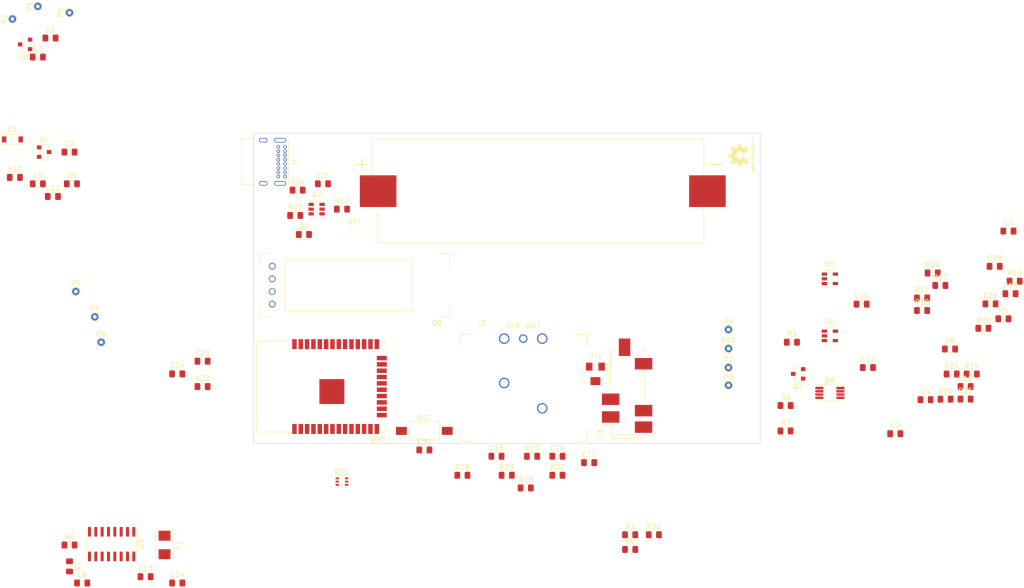
<source format=kicad_pcb>
(kicad_pcb (version 20171130) (host pcbnew "(5.1.5)-3")
  (layers (0 F.Cu signal) (31 B.Cu signal) (34 B.Paste user) (35 F.Paste user) (36 B.SilkS user) (37 F.SilkS user) (38 B.Mask user) (39 F.Mask user) (44 Edge.Cuts user))
  (net 0 "")
  (net 1 +5V)
  (net 2 GND)
  (net 3 +3V3)
  (net 4 /Vcc)
  (net 5 /JFET_OUT)
  (net 6 "Net-(C11-Pad1)")
  (net 7 "Net-(D2-Pad1)")
  (net 8 /I2C_SCL)
  (net 9 /I2C_SDA)
  (net 10 /ESP_IO0)
  (net 11 /MIC-IN1)
  (net 12 /4V1)
  (net 13 /OUT1)
  (net 14 /OUT2)
  (net 15 "Net-(C15-Pad1)")
  (net 16 /BATT)
  (net 17 "Net-(J1-PadB8)")
  (net 18 "Net-(J1-PadB5)")
  (net 19 "Net-(J1-PadA8)")
  (net 20 "Net-(J1-PadA7)")
  (net 21 "Net-(J1-PadA6)")
  (net 22 "Net-(J1-PadA5)")
  (net 23 /COM-RX)
  (net 24 /COM-TX)
  (net 25 "Net-(C1-Pad2)")
  (net 26 /XI)
  (net 27 /XO)
  (net 28 "Net-(C16-Pad1)")
  (net 29 "Net-(C17-Pad2)")
  (net 30 "Net-(C18-Pad1)")
  (net 31 /ESP_EN)
  (net 32 /RTS)
  (net 33 "Net-(Q3-Pad5)")
  (net 34 /DTR)
  (net 35 "Net-(Q2-Pad3)")
  (net 36 "Net-(Q3-Pad15)")
  (net 37 "Net-(Q3-Pad12)")
  (net 38 "Net-(Q3-Pad11)")
  (net 39 "Net-(Q3-Pad10)")
  (net 40 "Net-(Q3-Pad9)")
  (net 41 "Net-(Q3-Pad6)")
  (net 42 "Net-(Q4-Pad1)")
  (net 43 "Net-(Q5-Pad4)")
  (net 44 "Net-(Q5-Pad3)")
  (net 45 "Net-(Q5-Pad1)")
  (net 46 "Net-(Q6-Pad4)")
  (net 47 "Net-(Q6-Pad1)")
  (net 48 "Net-(Q7-Pad4)")
  (net 49 "Net-(Q7-Pad3)")
  (net 50 "Net-(Q7-Pad1)")
  (net 51 "Net-(Q8-Pad4)")
  (net 52 "Net-(Q8-Pad3)")
  (net 53 "Net-(Q8-Pad2)")
  (net 54 "Net-(Q10-Pad37)")
  (net 55 "Net-(Q10-Pad32)")
  (net 56 "Net-(Q10-Pad31)")
  (net 57 "Net-(Q10-Pad30)")
  (net 58 "Net-(Q10-Pad29)")
  (net 59 "Net-(Q10-Pad28)")
  (net 60 "Net-(Q10-Pad27)")
  (net 61 "Net-(Q10-Pad26)")
  (net 62 "Net-(Q10-Pad24)")
  (net 63 "Net-(Q10-Pad23)")
  (net 64 "Net-(Q10-Pad22)")
  (net 65 "Net-(Q10-Pad21)")
  (net 66 "Net-(Q10-Pad20)")
  (net 67 "Net-(Q10-Pad19)")
  (net 68 "Net-(Q10-Pad18)")
  (net 69 "Net-(Q10-Pad17)")
  (net 70 "Net-(Q10-Pad16)")
  (net 71 "Net-(Q10-Pad14)")
  (net 72 "Net-(Q10-Pad13)")
  (net 73 "Net-(Q10-Pad12)")
  (net 74 "Net-(Q10-Pad11)")
  (net 75 "Net-(Q10-Pad10)")
  (net 76 "Net-(Q10-Pad9)")
  (net 77 "Net-(Q10-Pad8)")
  (net 78 "Net-(Q10-Pad7)")
  (net 79 "Net-(Q10-Pad6)")
  (net 80 "Net-(Q10-Pad5)")
  (net 81 "Net-(Q10-Pad4)")
  (net 82 "Net-(Q11-Pad2)")
  (net 83 "Net-(Q11-Pad5)")
  (net 84 "Net-(C8-Pad1)")
  (net 85 "Net-(C12-Pad1)")
  (net 86 "Net-(J3-PadR)")
  (net 87 "Net-(J3-PadS)")
  (net 88 "Net-(P10-Pad1)")
  (module LED_SMD:LED_0805_2012Metric_Pad1.15x1.40mm_HandSolder (layer F.Cu) (at 99.06 78.74)
    (fp_text reference D2 (at 0 -1.65) (layer F.SilkS))
    (fp_text value LED)
    (pad 2 smd roundrect (at 1.025 0) (size 1.15 1.4) (layers F.Cu F.Paste F.Mask) (roundrect_rratio 0.217391) (net 16 /BATT))
    (pad 1 smd roundrect (at -1.025 0) (size 1.15 1.4) (layers F.Cu F.Paste F.Mask) (roundrect_rratio 0.217391) (net 7 "Net-(D2-Pad1)"))
  )
  (module Capacitor_SMD:C_0805_2012Metric_Pad1.15x1.40mm_HandSolder (layer F.Cu) (at 123.19 121.92)
    (fp_text reference C25 (at 0 -1.65) (layer F.SilkS))
    (fp_text value 1u)
    (pad 2 smd roundrect (at 1.025 0) (size 1.15 1.4) (layers F.Cu F.Paste F.Mask) (roundrect_rratio 0.217391) (net 31 /ESP_EN))
    (pad 1 smd roundrect (at -1.025 0) (size 1.15 1.4) (layers F.Cu F.Paste F.Mask) (roundrect_rratio 0.217391) (net 2 GND))
  )
  (module Capacitor_SMD:C_0805_2012Metric_Pad1.15x1.40mm_HandSolder (layer F.Cu) (at 73.66 106.68)
    (fp_text reference C24 (at 0 -1.65) (layer F.SilkS))
    (fp_text value 1u)
    (pad 2 smd roundrect (at 1.025 0) (size 1.15 1.4) (layers F.Cu F.Paste F.Mask) (roundrect_rratio 0.217391) (net 3 +3V3))
    (pad 1 smd roundrect (at -1.025 0) (size 1.15 1.4) (layers F.Cu F.Paste F.Mask) (roundrect_rratio 0.217391) (net 2 GND))
  )
  (module Capacitor_SMD:C_0805_2012Metric_Pad1.15x1.40mm_HandSolder (layer F.Cu) (at 78.74 104.14)
    (fp_text reference C23 (at 0 -1.65) (layer F.SilkS))
    (fp_text value 1u)
    (pad 2 smd roundrect (at 1.025 0) (size 1.15 1.4) (layers F.Cu F.Paste F.Mask) (roundrect_rratio 0.217391) (net 3 +3V3))
    (pad 1 smd roundrect (at -1.025 0) (size 1.15 1.4) (layers F.Cu F.Paste F.Mask) (roundrect_rratio 0.217391) (net 2 GND))
  )
  (module Capacitor_SMD:C_0805_2012Metric_Pad1.15x1.40mm_HandSolder (layer F.Cu) (at 78.74 109.22)
    (fp_text reference C22 (at 0 -1.65) (layer F.SilkS))
    (fp_text value 1u)
    (pad 2 smd roundrect (at 1.025 0) (size 1.15 1.4) (layers F.Cu F.Paste F.Mask) (roundrect_rratio 0.217391) (net 3 +3V3))
    (pad 1 smd roundrect (at -1.025 0) (size 1.15 1.4) (layers F.Cu F.Paste F.Mask) (roundrect_rratio 0.217391) (net 2 GND))
  )
  (module Capacitor_SMD:C_0805_2012Metric_Pad1.15x1.40mm_HandSolder (layer F.Cu) (at 102.87 68.58)
    (fp_text reference C21 (at 0 -1.65) (layer F.SilkS))
    (fp_text value 1u)
    (pad 2 smd roundrect (at 1.025 0) (size 1.15 1.4) (layers F.Cu F.Paste F.Mask) (roundrect_rratio 0.217391) (net 16 /BATT))
    (pad 1 smd roundrect (at -1.025 0) (size 1.15 1.4) (layers F.Cu F.Paste F.Mask) (roundrect_rratio 0.217391) (net 2 GND))
  )
  (module Capacitor_SMD:C_0805_2012Metric_Pad1.15x1.40mm_HandSolder (layer F.Cu) (at 237.49 85.12)
    (fp_text reference C20 (at 0 -1.65) (layer F.SilkS))
    (fp_text value 5.1n)
    (pad 2 smd roundrect (at 1.025 0) (size 1.15 1.4) (layers F.Cu F.Paste F.Mask) (roundrect_rratio 0.217391) (net 2 GND))
    (pad 1 smd roundrect (at -1.025 0) (size 1.15 1.4) (layers F.Cu F.Paste F.Mask) (roundrect_rratio 0.217391) (net 14 /OUT2))
  )
  (module Capacitor_SMD:C_0805_2012Metric_Pad1.15x1.40mm_HandSolder (layer F.Cu) (at 240.67 90.61)
    (fp_text reference C19 (at 0 -1.65) (layer F.SilkS))
    (fp_text value 5.1n)
    (pad 2 smd roundrect (at 1.025 0) (size 1.15 1.4) (layers F.Cu F.Paste F.Mask) (roundrect_rratio 0.217391) (net 2 GND))
    (pad 1 smd roundrect (at -1.025 0) (size 1.15 1.4) (layers F.Cu F.Paste F.Mask) (roundrect_rratio 0.217391) (net 13 /OUT1))
  )
  (module Capacitor_SMD:C_0805_2012Metric_Pad1.15x1.40mm_HandSolder (layer F.Cu) (at 130.81 127)
    (fp_text reference C18 (at 0 -1.65) (layer F.SilkS))
    (fp_text value 1n)
    (pad 2 smd roundrect (at 1.025 0) (size 1.15 1.4) (layers F.Cu F.Paste F.Mask) (roundrect_rratio 0.217391) (net 2 GND))
    (pad 1 smd roundrect (at -1.025 0) (size 1.15 1.4) (layers F.Cu F.Paste F.Mask) (roundrect_rratio 0.217391) (net 30 "Net-(C18-Pad1)"))
  )
  (module Capacitor_SMD:C_0805_2012Metric_Pad1.15x1.40mm_HandSolder (layer F.Cu) (at 156.21 124.46)
    (fp_text reference C17 (at 0 -1.65) (layer F.SilkS))
    (fp_text value 1n)
    (pad 2 smd roundrect (at 1.025 0) (size 1.15 1.4) (layers F.Cu F.Paste F.Mask) (roundrect_rratio 0.217391) (net 29 "Net-(C17-Pad2)"))
    (pad 1 smd roundrect (at -1.025 0) (size 1.15 1.4) (layers F.Cu F.Paste F.Mask) (roundrect_rratio 0.217391) (net 2 GND))
  )
  (module Capacitor_SMD:C_0805_2012Metric_Pad1.15x1.40mm_HandSolder (layer F.Cu) (at 149.86 123.19)
    (fp_text reference C16 (at 0 -1.65) (layer F.SilkS))
    (fp_text value 1u)
    (pad 2 smd roundrect (at 1.025 0) (size 1.15 1.4) (layers F.Cu F.Paste F.Mask) (roundrect_rratio 0.217391) (net 14 /OUT2))
    (pad 1 smd roundrect (at -1.025 0) (size 1.15 1.4) (layers F.Cu F.Paste F.Mask) (roundrect_rratio 0.217391) (net 28 "Net-(C16-Pad1)"))
  )
  (module Capacitor_SMD:C_0805_2012Metric_Pad1.15x1.40mm_HandSolder (layer F.Cu) (at 137.6425 123.19)
    (fp_text reference C15 (at 0 -1.65) (layer F.SilkS))
    (fp_text value 1u)
    (pad 2 smd roundrect (at 1.025 0) (size 1.15 1.4) (layers F.Cu F.Paste F.Mask) (roundrect_rratio 0.217391) (net 13 /OUT1))
    (pad 1 smd roundrect (at -1.025 0) (size 1.15 1.4) (layers F.Cu F.Paste F.Mask) (roundrect_rratio 0.217391) (net 15 "Net-(C15-Pad1)"))
  )
  (module Capacitor_SMD:C_0805_2012Metric_Pad1.15x1.40mm_HandSolder (layer F.Cu) (at 73.66 148.59)
    (fp_text reference C14 (at 0 -1.65) (layer F.SilkS))
    (fp_text value 47u)
    (pad 2 smd roundrect (at 1.025 0) (size 1.15 1.4) (layers F.Cu F.Paste F.Mask) (roundrect_rratio 0.217391) (net 2 GND))
    (pad 1 smd roundrect (at -1.025 0) (size 1.15 1.4) (layers F.Cu F.Paste F.Mask) (roundrect_rratio 0.217391) (net 12 /4V1))
  )
  (module Capacitor_SMD:C_0805_2012Metric_Pad1.15x1.40mm_HandSolder (layer F.Cu) (at 67.31 147.32)
    (fp_text reference C13 (at 0 -1.65) (layer F.SilkS))
    (fp_text value 22p)
    (pad 2 smd roundrect (at 1.025 0) (size 1.15 1.4) (layers F.Cu F.Paste F.Mask) (roundrect_rratio 0.217391) (net 2 GND))
    (pad 1 smd roundrect (at -1.025 0) (size 1.15 1.4) (layers F.Cu F.Paste F.Mask) (roundrect_rratio 0.217391) (net 27 /XO))
  )
  (module Capacitor_SMD:C_0805_2012Metric_Pad1.15x1.40mm_HandSolder (layer F.Cu) (at 48.7425 71.12)
    (fp_text reference C12 (at 0 -1.65) (layer F.SilkS))
    (fp_text value 1u)
    (pad 2 smd roundrect (at 1.025 0) (size 1.15 1.4) (layers F.Cu F.Paste F.Mask) (roundrect_rratio 0.217391) (net 5 /JFET_OUT))
    (pad 1 smd roundrect (at -1.025 0) (size 1.15 1.4) (layers F.Cu F.Paste F.Mask) (roundrect_rratio 0.217391) (net 85 "Net-(C12-Pad1)"))
  )
  (module Capacitor_SMD:C_0805_2012Metric_Pad1.15x1.40mm_HandSolder (layer F.Cu) (at 212.09 105.41)
    (fp_text reference C11 (at 0 -1.65) (layer F.SilkS))
    (fp_text value 1u)
    (pad 2 smd roundrect (at 1.025 0) (size 1.15 1.4) (layers F.Cu F.Paste F.Mask) (roundrect_rratio 0.217391) (net 5 /JFET_OUT))
    (pad 1 smd roundrect (at -1.025 0) (size 1.15 1.4) (layers F.Cu F.Paste F.Mask) (roundrect_rratio 0.217391) (net 6 "Net-(C11-Pad1)"))
  )
  (module Capacitor_SMD:C_0805_2012Metric_Pad1.15x1.40mm_HandSolder (layer F.Cu) (at 210.82 92.71)
    (fp_text reference C10 (at 0 -1.65) (layer F.SilkS))
    (fp_text value 47u)
    (pad 2 smd roundrect (at 1.025 0) (size 1.15 1.4) (layers F.Cu F.Paste F.Mask) (roundrect_rratio 0.217391) (net 2 GND))
    (pad 1 smd roundrect (at -1.025 0) (size 1.15 1.4) (layers F.Cu F.Paste F.Mask) (roundrect_rratio 0.217391) (net 12 /4V1))
  )
  (module Capacitor_SMD:C_0805_2012Metric_Pad1.15x1.40mm_HandSolder (layer F.Cu) (at 45.72 68.58)
    (fp_text reference C9 (at 0 -1.65) (layer F.SilkS))
    (fp_text value 22p)
    (pad 2 smd roundrect (at 1.025 0) (size 1.15 1.4) (layers F.Cu F.Paste F.Mask) (roundrect_rratio 0.217391) (net 2 GND))
    (pad 1 smd roundrect (at -1.025 0) (size 1.15 1.4) (layers F.Cu F.Paste F.Mask) (roundrect_rratio 0.217391) (net 26 /XI))
  )
  (module Capacitor_SMD:C_0805_2012Metric_Pad1.15x1.40mm_HandSolder (layer F.Cu) (at 54.61 148.59)
    (fp_text reference C8 (at 0 -1.65) (layer F.SilkS))
    (fp_text value 47u)
    (pad 2 smd roundrect (at 1.025 0) (size 1.15 1.4) (layers F.Cu F.Paste F.Mask) (roundrect_rratio 0.217391) (net 2 GND))
    (pad 1 smd roundrect (at -1.025 0) (size 1.15 1.4) (layers F.Cu F.Paste F.Mask) (roundrect_rratio 0.217391) (net 84 "Net-(C8-Pad1)"))
  )
  (module Capacitor_SMD:C_0805_2012Metric_Pad1.15x1.40mm_HandSolder (layer F.Cu) (at 52.07 62.23)
    (fp_text reference C7 (at 0 -1.65) (layer F.SilkS))
    (fp_text value 1u)
    (pad 2 smd roundrect (at 1.025 0) (size 1.15 1.4) (layers F.Cu F.Paste F.Mask) (roundrect_rratio 0.217391) (net 4 /Vcc))
    (pad 1 smd roundrect (at -1.025 0) (size 1.15 1.4) (layers F.Cu F.Paste F.Mask) (roundrect_rratio 0.217391) (net 2 GND))
  )
  (module Capacitor_SMD:C_0805_2012Metric_Pad1.15x1.40mm_HandSolder (layer F.Cu) (at 228.54 101.69)
    (fp_text reference C6 (at 0 -1.65) (layer F.SilkS))
    (fp_text value 1u)
    (pad 2 smd roundrect (at 1.025 0) (size 1.15 1.4) (layers F.Cu F.Paste F.Mask) (roundrect_rratio 0.217391) (net 4 /Vcc))
    (pad 1 smd roundrect (at -1.025 0) (size 1.15 1.4) (layers F.Cu F.Paste F.Mask) (roundrect_rratio 0.217391) (net 2 GND))
  )
  (module Capacitor_SMD:C_0805_2012Metric_Pad1.15x1.40mm_HandSolder (layer F.Cu) (at 240.25 78.06)
    (fp_text reference C5 (at 0 -1.65) (layer F.SilkS))
    (fp_text value 1u)
    (pad 2 smd roundrect (at 1.025 0) (size 1.15 1.4) (layers F.Cu F.Paste F.Mask) (roundrect_rratio 0.217391) (net 4 /Vcc))
    (pad 1 smd roundrect (at -1.025 0) (size 1.15 1.4) (layers F.Cu F.Paste F.Mask) (roundrect_rratio 0.217391) (net 2 GND))
  )
  (module Capacitor_SMD:C_0805_2012Metric_Pad1.15x1.40mm_HandSolder (layer F.Cu) (at 223.64 111.85)
    (fp_text reference C4 (at 0 -1.65) (layer F.SilkS))
    (fp_text value 1u)
    (pad 2 smd roundrect (at 1.025 0) (size 1.15 1.4) (layers F.Cu F.Paste F.Mask) (roundrect_rratio 0.217391) (net 3 +3V3))
    (pad 1 smd roundrect (at -1.025 0) (size 1.15 1.4) (layers F.Cu F.Paste F.Mask) (roundrect_rratio 0.217391) (net 2 GND))
  )
  (module Capacitor_SMD:C_0805_2012Metric_Pad1.15x1.40mm_HandSolder (layer F.Cu) (at 45.72 43.18)
    (fp_text reference C3 (at 0 -1.65) (layer F.SilkS))
    (fp_text value 1u)
    (pad 2 smd roundrect (at 1.025 0) (size 1.15 1.4) (layers F.Cu F.Paste F.Mask) (roundrect_rratio 0.217391) (net 3 +3V3))
    (pad 1 smd roundrect (at -1.025 0) (size 1.15 1.4) (layers F.Cu F.Paste F.Mask) (roundrect_rratio 0.217391) (net 2 GND))
  )
  (module Capacitor_SMD:C_0805_2012Metric_Pad1.15x1.40mm_HandSolder (layer F.Cu) (at 217.57 118.67)
    (fp_text reference C2 (at 0 -1.65) (layer F.SilkS))
    (fp_text value 22p)
    (pad 2 smd roundrect (at 1.025 0) (size 1.15 1.4) (layers F.Cu F.Paste F.Mask) (roundrect_rratio 0.217391) (net 2 GND))
    (pad 1 smd roundrect (at -1.025 0) (size 1.15 1.4) (layers F.Cu F.Paste F.Mask) (roundrect_rratio 0.217391) (net 11 /MIC-IN1))
  )
  (module Capacitor_SMD:C_0805_2012Metric_Pad1.15x1.40mm_HandSolder (layer F.Cu) (at 48.26 39.37)
    (fp_text reference C1 (at 0 -1.65) (layer F.SilkS))
    (fp_text value 1u)
    (pad 2 smd roundrect (at 1.025 0) (size 1.15 1.4) (layers F.Cu F.Paste F.Mask) (roundrect_rratio 0.217391) (net 25 "Net-(C1-Pad2)"))
    (pad 1 smd roundrect (at -1.025 0) (size 1.15 1.4) (layers F.Cu F.Paste F.Mask) (roundrect_rratio 0.217391) (net 2 GND))
  )
  (module Resistor_SMD:R_0805_2012Metric_Pad1.15x1.40mm_HandSolder (layer F.Cu) (at 169.1856 138.9148)
    (fp_text reference R30 (at 0 -1.65) (layer F.SilkS))
    (fp_text value 10k)
    (pad 2 smd roundrect (at 1.025 0) (size 1.15 1.4) (layers F.Cu F.Paste F.Mask) (roundrect_rratio 0.217391) (net 83 "Net-(Q11-Pad5)"))
    (pad 1 smd roundrect (at -1.025 0) (size 1.15 1.4) (layers F.Cu F.Paste F.Mask) (roundrect_rratio 0.217391) (net 34 /DTR))
  )
  (module Resistor_SMD:R_0805_2012Metric_Pad1.15x1.40mm_HandSolder (layer F.Cu) (at 235.23 97.54)
    (fp_text reference R29 (at 0 -1.65) (layer F.SilkS))
    (fp_text value 10k)
    (pad 2 smd roundrect (at 1.025 0) (size 1.15 1.4) (layers F.Cu F.Paste F.Mask) (roundrect_rratio 0.217391) (net 82 "Net-(Q11-Pad2)"))
    (pad 1 smd roundrect (at -1.025 0) (size 1.15 1.4) (layers F.Cu F.Paste F.Mask) (roundrect_rratio 0.217391) (net 32 /RTS))
  )
  (module Resistor_SMD:R_0805_2012Metric_Pad1.15x1.40mm_HandSolder (layer F.Cu) (at 222.94 93.98)
    (fp_text reference R28 (at 0 -1.65) (layer F.SilkS))
    (fp_text value 10k)
    (pad 2 smd roundrect (at 1.025 0) (size 1.15 1.4) (layers F.Cu F.Paste F.Mask) (roundrect_rratio 0.217391) (net 31 /ESP_EN))
    (pad 1 smd roundrect (at -1.025 0) (size 1.15 1.4) (layers F.Cu F.Paste F.Mask) (roundrect_rratio 0.217391) (net 3 +3V3))
  )
  (module Resistor_SMD:R_0805_2012Metric_Pad1.15x1.40mm_HandSolder (layer F.Cu) (at 97.3075 74.93)
    (fp_text reference R27 (at 0 -1.65) (layer F.SilkS))
    (fp_text value 200k)
    (pad 2 smd roundrect (at 1.025 0) (size 1.15 1.4) (layers F.Cu F.Paste F.Mask) (roundrect_rratio 0.217391) (net 14 /OUT2))
    (pad 1 smd roundrect (at -1.025 0) (size 1.15 1.4) (layers F.Cu F.Paste F.Mask) (roundrect_rratio 0.217391) (net 2 GND))
  )
  (module Resistor_SMD:R_0805_2012Metric_Pad1.15x1.40mm_HandSolder (layer F.Cu) (at 97.79 69.85)
    (fp_text reference R26 (at 0 -1.65) (layer F.SilkS))
    (fp_text value 200k)
    (pad 2 smd roundrect (at 1.025 0) (size 1.15 1.4) (layers F.Cu F.Paste F.Mask) (roundrect_rratio 0.217391) (net 13 /OUT1))
    (pad 1 smd roundrect (at -1.025 0) (size 1.15 1.4) (layers F.Cu F.Paste F.Mask) (roundrect_rratio 0.217391) (net 2 GND))
  )
  (module Resistor_SMD:R_0805_2012Metric_Pad1.15x1.40mm_HandSolder (layer F.Cu) (at 231.66 111.73)
    (fp_text reference R25 (at 0 -1.65) (layer F.SilkS))
    (fp_text value 1k)
    (pad 2 smd roundrect (at 1.025 0) (size 1.15 1.4) (layers F.Cu F.Paste F.Mask) (roundrect_rratio 0.217391) (net 49 "Net-(Q7-Pad3)"))
    (pad 1 smd roundrect (at -1.025 0) (size 1.15 1.4) (layers F.Cu F.Paste F.Mask) (roundrect_rratio 0.217391) (net 7 "Net-(D2-Pad1)"))
  )
  (module Resistor_SMD:R_0805_2012Metric_Pad1.15x1.40mm_HandSolder (layer F.Cu) (at 228.89 106.71)
    (fp_text reference R24 (at 0 -1.65) (layer F.SilkS))
    (fp_text value 10k)
    (pad 2 smd roundrect (at 1.025 0) (size 1.15 1.4) (layers F.Cu F.Paste F.Mask) (roundrect_rratio 0.217391) (net 50 "Net-(Q7-Pad1)"))
    (pad 1 smd roundrect (at -1.025 0) (size 1.15 1.4) (layers F.Cu F.Paste F.Mask) (roundrect_rratio 0.217391) (net 2 GND))
  )
  (module Resistor_SMD:R_0805_2012Metric_Pad1.15x1.40mm_HandSolder (layer F.Cu) (at 139.7 127)
    (fp_text reference R23 (at 0 -1.65) (layer F.SilkS))
    (fp_text value 1k)
    (pad 2 smd roundrect (at 1.025 0) (size 1.15 1.4) (layers F.Cu F.Paste F.Mask) (roundrect_rratio 0.217391) (net 47 "Net-(Q6-Pad1)"))
    (pad 1 smd roundrect (at -1.025 0) (size 1.15 1.4) (layers F.Cu F.Paste F.Mask) (roundrect_rratio 0.217391) (net 14 /OUT2))
  )
  (module Resistor_SMD:R_0805_2012Metric_Pad1.15x1.40mm_HandSolder (layer F.Cu) (at 149.86 127)
    (fp_text reference R22 (at 0 -1.65) (layer F.SilkS))
    (fp_text value 1k)
    (pad 2 smd roundrect (at 1.025 0) (size 1.15 1.4) (layers F.Cu F.Paste F.Mask) (roundrect_rratio 0.217391) (net 45 "Net-(Q5-Pad1)"))
    (pad 1 smd roundrect (at -1.025 0) (size 1.15 1.4) (layers F.Cu F.Paste F.Mask) (roundrect_rratio 0.217391) (net 13 /OUT1))
  )
  (module Resistor_SMD:R_0805_2012Metric_Pad1.15x1.40mm_HandSolder (layer F.Cu) (at 236.66 92.65)
    (fp_text reference R21 (at 0 -1.65) (layer F.SilkS))
    (fp_text value 100k)
    (pad 2 smd roundrect (at 1.025 0) (size 1.15 1.4) (layers F.Cu F.Paste F.Mask) (roundrect_rratio 0.217391) (net 30 "Net-(C18-Pad1)"))
    (pad 1 smd roundrect (at -1.025 0) (size 1.15 1.4) (layers F.Cu F.Paste F.Mask) (roundrect_rratio 0.217391) (net 2 GND))
  )
  (module Resistor_SMD:R_0805_2012Metric_Pad1.15x1.40mm_HandSolder (layer F.Cu) (at 225.07 86.45)
    (fp_text reference R20 (at 0 -1.65) (layer F.SilkS))
    (fp_text value 100k)
    (pad 2 smd roundrect (at 1.025 0) (size 1.15 1.4) (layers F.Cu F.Paste F.Mask) (roundrect_rratio 0.217391) (net 2 GND))
    (pad 1 smd roundrect (at -1.025 0) (size 1.15 1.4) (layers F.Cu F.Paste F.Mask) (roundrect_rratio 0.217391) (net 29 "Net-(C17-Pad2)"))
  )
  (module Resistor_SMD:R_0805_2012Metric_Pad1.15x1.40mm_HandSolder (layer F.Cu) (at 144.78 123.19)
    (fp_text reference R19 (at 0 -1.65) (layer F.SilkS))
    (fp_text value 169k)
    (pad 2 smd roundrect (at 1.025 0) (size 1.15 1.4) (layers F.Cu F.Paste F.Mask) (roundrect_rratio 0.217391) (net 46 "Net-(Q6-Pad4)"))
    (pad 1 smd roundrect (at -1.025 0) (size 1.15 1.4) (layers F.Cu F.Paste F.Mask) (roundrect_rratio 0.217391) (net 47 "Net-(Q6-Pad1)"))
  )
  (module Resistor_SMD:R_0805_2012Metric_Pad1.15x1.40mm_HandSolder (layer F.Cu) (at 143.51 129.54)
    (fp_text reference R18 (at 0 -1.65) (layer F.SilkS))
    (fp_text value 180k)
    (pad 2 smd roundrect (at 1.025 0) (size 1.15 1.4) (layers F.Cu F.Paste F.Mask) (roundrect_rratio 0.217391) (net 43 "Net-(Q5-Pad4)"))
    (pad 1 smd roundrect (at -1.025 0) (size 1.15 1.4) (layers F.Cu F.Paste F.Mask) (roundrect_rratio 0.217391) (net 45 "Net-(Q5-Pad1)"))
  )
  (module Resistor_SMD:R_0805_2012Metric_Pad1.15x1.40mm_HandSolder (layer F.Cu) (at 106.68 73.66)
    (fp_text reference R17 (at 0 -1.65) (layer F.SilkS))
    (fp_text value 47)
    (pad 2 smd roundrect (at 1.025 0) (size 1.15 1.4) (layers F.Cu F.Paste F.Mask) (roundrect_rratio 0.217391) (net 30 "Net-(C18-Pad1)"))
    (pad 1 smd roundrect (at -1.025 0) (size 1.15 1.4) (layers F.Cu F.Paste F.Mask) (roundrect_rratio 0.217391) (net 28 "Net-(C16-Pad1)"))
  )
  (module Resistor_SMD:R_0805_2012Metric_Pad1.15x1.40mm_HandSolder (layer F.Cu) (at 227.65 111.75)
    (fp_text reference R16 (at 0 -1.65) (layer F.SilkS))
    (fp_text value 47)
    (pad 2 smd roundrect (at 1.025 0) (size 1.15 1.4) (layers F.Cu F.Paste F.Mask) (roundrect_rratio 0.217391) (net 29 "Net-(C17-Pad2)"))
    (pad 1 smd roundrect (at -1.025 0) (size 1.15 1.4) (layers F.Cu F.Paste F.Mask) (roundrect_rratio 0.217391) (net 15 "Net-(C15-Pad1)"))
  )
  (module Resistor_SMD:R_0805_2012Metric_Pad1.15x1.40mm_HandSolder (layer F.Cu) (at 241.5 88.1)
    (fp_text reference R15 (at 0 -1.65) (layer F.SilkS))
    (fp_text value 1k)
    (pad 2 smd roundrect (at 1.025 0) (size 1.15 1.4) (layers F.Cu F.Paste F.Mask) (roundrect_rratio 0.217391) (net 48 "Net-(Q7-Pad4)"))
    (pad 1 smd roundrect (at -1.025 0) (size 1.15 1.4) (layers F.Cu F.Paste F.Mask) (roundrect_rratio 0.217391) (net 2 GND))
  )
  (module Resistor_SMD:R_0805_2012Metric_Pad1.15x1.40mm_HandSolder (layer F.Cu) (at 232.9 106.71)
    (fp_text reference R14 (at 0 -1.65) (layer F.SilkS))
    (fp_text value 11k)
    (pad 2 smd roundrect (at 1.025 0) (size 1.15 1.4) (layers F.Cu F.Paste F.Mask) (roundrect_rratio 0.217391) (net 2 GND))
    (pad 1 smd roundrect (at -1.025 0) (size 1.15 1.4) (layers F.Cu F.Paste F.Mask) (roundrect_rratio 0.217391) (net 46 "Net-(Q6-Pad4)"))
  )
  (module Resistor_SMD:R_0805_2012Metric_Pad1.15x1.40mm_HandSolder (layer F.Cu) (at 226.6 88.96)
    (fp_text reference R13 (at 0 -1.65) (layer F.SilkS))
    (fp_text value 12k)
    (pad 2 smd roundrect (at 1.025 0) (size 1.15 1.4) (layers F.Cu F.Paste F.Mask) (roundrect_rratio 0.217391) (net 2 GND))
    (pad 1 smd roundrect (at -1.025 0) (size 1.15 1.4) (layers F.Cu F.Paste F.Mask) (roundrect_rratio 0.217391) (net 44 "Net-(Q5-Pad3)"))
  )
  (module Resistor_SMD:R_0805_2012Metric_Pad1.15x1.40mm_HandSolder (layer F.Cu) (at 231.66 109.22)
    (fp_text reference R12 (at 0 -1.65) (layer F.SilkS))
    (fp_text value 11k)
    (pad 2 smd roundrect (at 1.025 0) (size 1.15 1.4) (layers F.Cu F.Paste F.Mask) (roundrect_rratio 0.217391) (net 6 "Net-(C11-Pad1)"))
    (pad 1 smd roundrect (at -1.025 0) (size 1.15 1.4) (layers F.Cu F.Paste F.Mask) (roundrect_rratio 0.217391) (net 43 "Net-(Q5-Pad4)"))
  )
  (module Resistor_SMD:R_0805_2012Metric_Pad1.15x1.40mm_HandSolder (layer F.Cu) (at 222.94 91.47)
    (fp_text reference R11 (at 0 -1.65) (layer F.SilkS))
    (fp_text value 18k)
    (pad 2 smd roundrect (at 1.025 0) (size 1.15 1.4) (layers F.Cu F.Paste F.Mask) (roundrect_rratio 0.217391) (net 44 "Net-(Q5-Pad3)"))
    (pad 1 smd roundrect (at -1.025 0) (size 1.15 1.4) (layers F.Cu F.Paste F.Mask) (roundrect_rratio 0.217391) (net 4 /Vcc))
  )
  (module Resistor_SMD:R_0805_2012Metric_Pad1.15x1.40mm_HandSolder (layer F.Cu) (at 41.1225 67.31)
    (fp_text reference R10 (at 0 -1.65) (layer F.SilkS))
    (fp_text value 422k)
    (pad 2 smd roundrect (at 1.025 0) (size 1.15 1.4) (layers F.Cu F.Paste F.Mask) (roundrect_rratio 0.217391) (net 85 "Net-(C12-Pad1)"))
    (pad 1 smd roundrect (at -1.025 0) (size 1.15 1.4) (layers F.Cu F.Paste F.Mask) (roundrect_rratio 0.217391) (net 4 /Vcc))
  )
  (module Resistor_SMD:R_0805_2012Metric_Pad1.15x1.40mm_HandSolder (layer F.Cu) (at 52.5525 68.58)
    (fp_text reference R9 (at 0 -1.65) (layer F.SilkS))
    (fp_text value 11k)
    (pad 2 smd roundrect (at 1.025 0) (size 1.15 1.4) (layers F.Cu F.Paste F.Mask) (roundrect_rratio 0.217391) (net 2 GND))
    (pad 1 smd roundrect (at -1.025 0) (size 1.15 1.4) (layers F.Cu F.Paste F.Mask) (roundrect_rratio 0.217391) (net 85 "Net-(C12-Pad1)"))
  )
  (module Resistor_SMD:R_0805_2012Metric_Pad1.15x1.40mm_HandSolder (layer F.Cu) (at 195.58 113.03)
    (fp_text reference R8 (at 0 -1.65) (layer F.SilkS))
    (fp_text value 1)
    (pad 2 smd roundrect (at 1.025 0) (size 1.15 1.4) (layers F.Cu F.Paste F.Mask) (roundrect_rratio 0.217391) (net 42 "Net-(Q4-Pad1)"))
    (pad 1 smd roundrect (at -1.025 0) (size 1.15 1.4) (layers F.Cu F.Paste F.Mask) (roundrect_rratio 0.217391) (net 12 /4V1))
  )
  (module Resistor_SMD:R_0805_2012Metric_Pad1.15x1.40mm_HandSolder (layer F.Cu) (at 195.58 118.11)
    (fp_text reference R7 (at 0 -1.65) (layer F.SilkS))
    (fp_text value 340)
    (pad 2 smd roundrect (at 1.025 0) (size 1.15 1.4) (layers F.Cu F.Paste F.Mask) (roundrect_rratio 0.217391) (net 1 +5V))
    (pad 1 smd roundrect (at -1.025 0) (size 1.15 1.4) (layers F.Cu F.Paste F.Mask) (roundrect_rratio 0.217391) (net 84 "Net-(C8-Pad1)"))
  )
  (module Resistor_SMD:R_0805_2012Metric_Pad1.15x1.40mm_HandSolder (layer F.Cu) (at 164.4356 141.8648)
    (fp_text reference R6 (at 0 -1.65) (layer F.SilkS))
    (fp_text value 453)
    (pad 2 smd roundrect (at 1.025 0) (size 1.15 1.4) (layers F.Cu F.Paste F.Mask) (roundrect_rratio 0.217391) (net 35 "Net-(Q2-Pad3)"))
    (pad 1 smd roundrect (at -1.025 0) (size 1.15 1.4) (layers F.Cu F.Paste F.Mask) (roundrect_rratio 0.217391) (net 2 GND))
  )
  (module Resistor_SMD:R_0805_2012Metric_Pad1.15x1.40mm_HandSolder (layer F.Cu) (at 52.07 140.97)
    (fp_text reference R5 (at 0 -1.65) (layer F.SilkS))
    (fp_text value 2k)
    (pad 2 smd roundrect (at 1.025 0) (size 1.15 1.4) (layers F.Cu F.Paste F.Mask) (roundrect_rratio 0.217391) (net 4 /Vcc))
    (pad 1 smd roundrect (at -1.025 0) (size 1.15 1.4) (layers F.Cu F.Paste F.Mask) (roundrect_rratio 0.217391) (net 5 /JFET_OUT))
  )
  (module Resistor_SMD:R_0805_2012Metric_Pad1.15x1.40mm_HandSolder (layer F.Cu) (at 239.24 95.63)
    (fp_text reference R4 (at 0 -1.65) (layer F.SilkS))
    (fp_text value 470)
    (pad 2 smd roundrect (at 1.025 0) (size 1.15 1.4) (layers F.Cu F.Paste F.Mask) (roundrect_rratio 0.217391) (net 41 "Net-(Q3-Pad6)"))
    (pad 1 smd roundrect (at -1.025 0) (size 1.15 1.4) (layers F.Cu F.Paste F.Mask) (roundrect_rratio 0.217391) (net 20 "Net-(J1-PadA7)"))
  )
  (module Resistor_SMD:R_0805_2012Metric_Pad1.15x1.40mm_HandSolder (layer F.Cu) (at 196.85 100.33)
    (fp_text reference R3 (at 0 -1.65) (layer F.SilkS))
    (fp_text value 1k)
    (pad 2 smd roundrect (at 1.025 0) (size 1.15 1.4) (layers F.Cu F.Paste F.Mask) (roundrect_rratio 0.217391) (net 88 "Net-(P10-Pad1)"))
    (pad 1 smd roundrect (at -1.025 0) (size 1.15 1.4) (layers F.Cu F.Paste F.Mask) (roundrect_rratio 0.217391) (net 4 /Vcc))
  )
  (module Resistor_SMD:R_0805_2012Metric_Pad1.15x1.40mm_HandSolder (layer F.Cu) (at 164.4356 138.9148)
    (fp_text reference R2 (at 0 -1.65) (layer F.SilkS))
    (fp_text value 1000k)
    (pad 2 smd roundrect (at 1.025 0) (size 1.15 1.4) (layers F.Cu F.Paste F.Mask) (roundrect_rratio 0.217391) (net 11 /MIC-IN1))
    (pad 1 smd roundrect (at -1.025 0) (size 1.15 1.4) (layers F.Cu F.Paste F.Mask) (roundrect_rratio 0.217391) (net 2 GND))
  )
  (module Resistor_SMD:R_0805_2012Metric_Pad1.15x1.40mm_HandSolder (layer F.Cu) (at 52.07 145.2625 270)
    (fp_text reference R1 (at 0 -1.65 90) (layer F.SilkS))
    (fp_text value 470)
    (pad 2 smd roundrect (at 1.025 0 270) (size 1.15 1.4) (layers F.Cu F.Paste F.Mask) (roundrect_rratio 0.217391) (net 33 "Net-(Q3-Pad5)"))
    (pad 1 smd roundrect (at -1.025 0 270) (size 1.15 1.4) (layers F.Cu F.Paste F.Mask) (roundrect_rratio 0.217391) (net 21 "Net-(J1-PadA6)"))
  )
  (module footprint:SJ-43514-SM (layer F.Cu) (at 163.83 107.95 90)
    (fp_text reference J3 (at -10.668 -5.334 90) (layer F.SilkS))
    (fp_text value "AudioJack 3.5mm")
    (pad "" np_thru_hole circle (at 2.032 0 180) (size 1.9 1.9) (drill 1.9) (layers *.Cu *.Mask))
    (pad "" np_thru_hole circle (at -5.08 0 180) (size 1.9 1.9) (drill 1.9) (layers *.Cu *.Mask))
    (pad 5 smd rect (at 6.604 -0.508 180) (size 2.3 3.5) (layers F.Cu F.Paste F.Mask))
    (pad R smd rect (at -3.81 -3.302 90) (size 2.3 3.5) (layers F.Cu F.Paste F.Mask) (net 86 "Net-(J3-PadR)"))
    (pad 6 smd rect (at -7.366 -3.302 90) (size 2.3 3.5) (layers F.Cu F.Paste F.Mask))
    (pad T smd rect (at 3.302 3.302 90) (size 2.3 3.5) (layers F.Cu F.Paste F.Mask) (net 86 "Net-(J3-PadR)"))
    (pad S smd rect (at -6.096 3.302 90) (size 2.3 3.5) (layers F.Cu F.Paste F.Mask) (net 87 "Net-(J3-PadS)"))
    (pad G smd rect (at -9.398 3.302 90) (size 2.3 3.5) (layers F.Cu F.Paste F.Mask) (net 2 GND))
  )
  (module footprint:XLR-NC3MAAH-1 (layer F.Cu) (at 139.200382 99.611249 180)
    (fp_text reference J2 (at 4.580382 3.091249) (layer F.SilkS))
    (fp_text value XLR-OUT (at -3.81 2.54) (layer F.SilkS))
    (fp_text user * (at 0 0) (layer F.SilkS))
    (pad 5 thru_hole circle (at 0 -8.89 180) (size 2.1082 2.1082) (drill 1.6002) (layers *.Cu *.Mask))
    (pad 4 thru_hole circle (at -7.62 -13.97 180) (size 2.1082 2.1082) (drill 1.6002) (layers *.Cu *.Mask))
    (pad 2 thru_hole circle (at -7.62 0 180) (size 2.1082 2.1082) (drill 1.6002) (layers *.Cu *.Mask) (net 29 "Net-(C17-Pad2)"))
    (pad 3 thru_hole circle (at -3.81 0 180) (size 1.7018 1.7018) (drill 1.1938) (layers *.Cu *.Mask) (net 30 "Net-(C18-Pad1)"))
    (pad 1 thru_hole circle (at 0 0 180) (size 2.1082 2.1082) (drill 1.6002) (layers *.Cu *.Mask) (net 2 GND))
  )
  (module Potentiometer_SMD:Potentiometer_Bourns_3224W_Vertical (layer F.Cu) (at 157.48 106.68)
    (fp_text reference PT1 (at 0 -3.5) (layer F.SilkS))
    (fp_text value 200k)
    (pad 3 smd rect (at -1.25 -1.45) (size 1.3 1.6) (layers F.Cu F.Paste F.Mask) (net 14 /OUT2))
    (pad 2 smd rect (at 0 1.45) (size 2 1.6) (layers F.Cu F.Paste F.Mask) (net 86 "Net-(J3-PadR)"))
    (pad 1 smd rect (at 1.25 -1.45) (size 1.3 1.6) (layers F.Cu F.Paste F.Mask) (net 2 GND))
  )
  (module footprint:BatteryHolder18650 (layer F.Cu) (at 153.255477 70.055918)
    (fp_text reference BT1 (at -44.035477 6.144082) (layer F.SilkS))
    (fp_text value "1-Cell Litium Battery" hide)
    (pad "" np_thru_hole circle (at -38.735 -8.255) (size 2.39 2.39) (drill 2.39) (layers *.Cu *.Mask))
    (pad "" np_thru_hole circle (at -10.16 8.255) (size 3.45 3.45) (drill 3.45) (layers *.Cu *.Mask))
    (pad "" np_thru_hole circle (at -10.16 -8) (size 3.45 3.45) (drill 3.45) (layers *.Cu *.Mask))
    (pad 2 smd rect (at 26.67 0) (size 7.34 6.35) (layers F.Cu F.Paste F.Mask) (net 2 GND))
    (pad 1 smd rect (at -39.33 0) (size 7.34 6.35) (layers F.Cu F.Paste F.Mask) (net 16 /BATT))
  )
  (module Symbol:OSHW-Logo2_7.3x6mm_SilkScreen (layer F.Cu) (at 186.83302 62.891701 90)
    (fp_text reference logo1 hide)
    (fp_text value Logo_Open_Hardware_Small hide)
  )
  (module Connector_USB:USB_C_Receptacle_GCT_USB4085 (layer F.Cu) (at 95.273349 61.194741 270)
    (fp_text reference J1 (at 2.975 -1.8 270) (layer F.SilkS))
    (fp_text value "USB-C Connector")
    (pad S1 thru_hole oval (at 7.3 4.36 270) (size 0.9 1.7) (drill oval 0.6 1.4) (layers *.Cu *.Mask) (net 2 GND))
    (pad S1 thru_hole oval (at -1.35 4.36 270) (size 0.9 1.7) (drill oval 0.6 1.4) (layers *.Cu *.Mask) (net 2 GND))
    (pad S1 thru_hole oval (at 7.3 0.98 270) (size 0.9 2.4) (drill oval 0.6 2.1) (layers *.Cu *.Mask) (net 2 GND))
    (pad S1 thru_hole oval (at -1.35 0.98 270) (size 0.9 2.4) (drill oval 0.6 2.1) (layers *.Cu *.Mask) (net 2 GND))
    (pad B6 thru_hole circle (at 3.4 1.35 270) (size 0.7 0.7) (drill 0.4) (layers *.Cu *.Mask) (net 21 "Net-(J1-PadA6)"))
    (pad B1 thru_hole circle (at 5.95 1.35 270) (size 0.7 0.7) (drill 0.4) (layers *.Cu *.Mask) (net 2 GND))
    (pad B4 thru_hole circle (at 5.1 1.35 270) (size 0.7 0.7) (drill 0.4) (layers *.Cu *.Mask) (net 1 +5V))
    (pad B5 thru_hole circle (at 4.25 1.35 270) (size 0.7 0.7) (drill 0.4) (layers *.Cu *.Mask) (net 18 "Net-(J1-PadB5)"))
    (pad B12 thru_hole circle (at 0 1.35 270) (size 0.7 0.7) (drill 0.4) (layers *.Cu *.Mask) (net 2 GND))
    (pad B8 thru_hole circle (at 1.7 1.35 270) (size 0.7 0.7) (drill 0.4) (layers *.Cu *.Mask) (net 17 "Net-(J1-PadB8)"))
    (pad B7 thru_hole circle (at 2.55 1.35 270) (size 0.7 0.7) (drill 0.4) (layers *.Cu *.Mask) (net 20 "Net-(J1-PadA7)"))
    (pad B9 thru_hole circle (at 0.85 1.35 270) (size 0.7 0.7) (drill 0.4) (layers *.Cu *.Mask) (net 1 +5V))
    (pad A12 thru_hole circle (at 5.95 0 270) (size 0.7 0.7) (drill 0.4) (layers *.Cu *.Mask) (net 2 GND))
    (pad A9 thru_hole circle (at 5.1 0 270) (size 0.7 0.7) (drill 0.4) (layers *.Cu *.Mask) (net 1 +5V))
    (pad A8 thru_hole circle (at 4.25 0 270) (size 0.7 0.7) (drill 0.4) (layers *.Cu *.Mask) (net 19 "Net-(J1-PadA8)"))
    (pad A7 thru_hole circle (at 3.4 0 270) (size 0.7 0.7) (drill 0.4) (layers *.Cu *.Mask) (net 20 "Net-(J1-PadA7)"))
    (pad A6 thru_hole circle (at 2.55 0 270) (size 0.7 0.7) (drill 0.4) (layers *.Cu *.Mask) (net 21 "Net-(J1-PadA6)"))
    (pad A5 thru_hole circle (at 1.7 0 270) (size 0.7 0.7) (drill 0.4) (layers *.Cu *.Mask) (net 22 "Net-(J1-PadA5)"))
    (pad A4 thru_hole circle (at 0.85 0 270) (size 0.7 0.7) (drill 0.4) (layers *.Cu *.Mask) (net 1 +5V))
    (pad A1 thru_hole circle (at 0 0 270) (size 0.7 0.7) (drill 0.4) (layers *.Cu *.Mask) (net 2 GND))
  )
  (module TestPoint:TestPoint_THTPad_D1.5mm_Drill0.7mm (layer F.Cu) (at 184.15 101.6)
    (fp_text reference P10 (at 0 -1.648) (layer F.SilkS))
    (fp_text value VccPad)
    (pad 1 thru_hole circle (at 0 0) (size 1.5 1.5) (drill 0.7) (layers *.Cu *.Mask) (net 88 "Net-(P10-Pad1)"))
  )
  (module TestPoint:TestPoint_THTPad_D1.5mm_Drill0.7mm (layer F.Cu) (at 184.15 97.79)
    (fp_text reference P9 (at 0 -1.648) (layer F.SilkS))
    (fp_text value 4V1)
    (pad 1 thru_hole circle (at 0 0) (size 1.5 1.5) (drill 0.7) (layers *.Cu *.Mask) (net 12 /4V1))
  )
  (module TestPoint:TestPoint_THTPad_D1.5mm_Drill0.7mm (layer F.Cu) (at 184.15 108.96)
    (fp_text reference P8 (at 0 -1.648) (layer F.SilkS))
    (fp_text value 4V1)
    (pad 1 thru_hole circle (at 0 0) (size 1.5 1.5) (drill 0.7) (layers *.Cu *.Mask) (net 16 /BATT))
  )
  (module TestPoint:TestPoint_THTPad_D1.5mm_Drill0.7mm (layer F.Cu) (at 184.15 105.41)
    (fp_text reference P7 (at 0 -1.648) (layer F.SilkS))
    (fp_text value none)
    (pad 1 thru_hole circle (at 0 0) (size 1.5 1.5) (drill 0.7) (layers *.Cu *.Mask) (net 2 GND))
  )
  (module TestPoint:TestPoint_THTPad_D1.5mm_Drill0.7mm (layer F.Cu) (at 58.42 100.33)
    (fp_text reference P6 (at 0 -1.648) (layer F.SilkS))
    (fp_text value none)
    (pad 1 thru_hole circle (at 0 0) (size 1.5 1.5) (drill 0.7) (layers *.Cu *.Mask) (net 11 /MIC-IN1))
  )
  (module TestPoint:TestPoint_THTPad_D1.5mm_Drill0.7mm (layer F.Cu) (at 53.34 90.17)
    (fp_text reference P5 (at 0 -1.648) (layer F.SilkS))
    (fp_text value none)
    (pad 1 thru_hole circle (at 0 0) (size 1.5 1.5) (drill 0.7) (layers *.Cu *.Mask) (net 2 GND))
  )
  (module TestPoint:TestPoint_THTPad_D1.5mm_Drill0.7mm (layer F.Cu) (at 57.15 95.25)
    (fp_text reference P4 (at 0 -1.648) (layer F.SilkS))
    (fp_text value none)
    (pad 1 thru_hole circle (at 0 0) (size 1.5 1.5) (drill 0.7) (layers *.Cu *.Mask) (net 5 /JFET_OUT))
  )
  (module TestPoint:TestPoint_THTPad_D1.5mm_Drill0.7mm (layer F.Cu) (at 52.07 34.29 90)
    (fp_text reference P3 (at 0 -1.648 90) (layer F.SilkS))
    (fp_text value 4V1)
    (pad 1 thru_hole circle (at 0 0 90) (size 1.5 1.5) (drill 0.7) (layers *.Cu *.Mask) (net 16 /BATT))
  )
  (module TestPoint:TestPoint_THTPad_D1.5mm_Drill0.7mm (layer F.Cu) (at 40.64 35.56 90)
    (fp_text reference P2 (at 0 -1.648 90) (layer F.SilkS))
    (fp_text value 4V1)
    (pad 1 thru_hole circle (at 0 0 90) (size 1.5 1.5) (drill 0.7) (layers *.Cu *.Mask) (net 25 "Net-(C1-Pad2)"))
  )
  (module TestPoint:TestPoint_THTPad_D1.5mm_Drill0.7mm (layer F.Cu) (at 45.72 33.02 90)
    (fp_text reference P1 (at 0 -1.648 90) (layer F.SilkS))
    (fp_text value 4V1)
    (pad 1 thru_hole circle (at 0 0 90) (size 1.5 1.5) (drill 0.7) (layers *.Cu *.Mask) (net 1 +5V))
  )
  (module Button_Switch_SMD:SW_SPST_FSMSM (layer F.Cu) (at 123.19 118.11)
    (fp_text reference SW1 hide)
    (fp_text value RST (at 0 -2.54) (layer F.SilkS))
    (pad 2 smd rect (at 4.59 0) (size 2.18 1.6) (layers F.Cu F.Paste F.Mask) (net 2 GND))
    (pad 1 smd rect (at -4.59 0) (size 2.18 1.6) (layers F.Cu F.Paste F.Mask) (net 31 /ESP_EN))
  )
  (module Crystal:Crystal_SMD_5032-2Pin_5.0x3.2mm (layer F.Cu) (at 71.12 140.97 270)
    (fp_text reference Y1 (at 0 -2.8 90) (layer F.SilkS))
    (fp_text value 12MHz)
    (pad 2 smd rect (at 1.85 0 270) (size 2 2.4) (layers F.Cu F.Paste F.Mask) (net 27 /XO))
    (pad 1 smd rect (at -1.85 0 270) (size 2 2.4) (layers F.Cu F.Paste F.Mask) (net 26 /XI))
  )
  (module footprint:OLED-0.91-128x32 (layer F.Cu) (at 120.65 93.98 180)
    (fp_text reference Q9 (at -5.08 -2.54) (layer F.SilkS))
    (fp_text value Oled_128_32)
    (pad 1 thru_hole circle (at 27.94 1.27 180) (size 1.524 1.524) (drill 1) (layers *.Cu *.Mask) (net 9 /I2C_SDA))
    (pad 2 thru_hole circle (at 27.94 3.81 180) (size 1.524 1.524) (drill 1) (layers *.Cu *.Mask) (net 8 /I2C_SCL))
    (pad 3 thru_hole circle (at 27.94 6.35 180) (size 1.524 1.524) (drill 1) (layers *.Cu *.Mask) (net 3 +3V3))
    (pad 4 thru_hole circle (at 27.94 8.89 180) (size 1.524 1.524) (drill 1) (layers *.Cu *.Mask) (net 2 GND))
  )
  (module Package_TO_SOT_SMD:SOT-363_SC-70-6 (layer F.Cu) (at 106.68 128.27)
    (fp_text reference Q11 (at 0 -2) (layer F.SilkS))
    (fp_text value BC847BS-TP)
    (pad 6 smd rect (at 0.95 -0.65) (size 0.65 0.4) (layers F.Cu F.Paste F.Mask) (net 10 /ESP_IO0))
    (pad 4 smd rect (at 0.95 0.65) (size 0.65 0.4) (layers F.Cu F.Paste F.Mask) (net 32 /RTS))
    (pad 2 smd rect (at -0.95 0) (size 0.65 0.4) (layers F.Cu F.Paste F.Mask) (net 82 "Net-(Q11-Pad2)"))
    (pad 5 smd rect (at 0.95 0) (size 0.65 0.4) (layers F.Cu F.Paste F.Mask) (net 83 "Net-(Q11-Pad5)"))
    (pad 3 smd rect (at -0.95 0.65) (size 0.65 0.4) (layers F.Cu F.Paste F.Mask) (net 31 /ESP_EN))
    (pad 1 smd rect (at -0.95 -0.65) (size 0.65 0.4) (layers F.Cu F.Paste F.Mask) (net 34 /DTR))
  )
  (module RF_Module:ESP32-WROOM-32 (layer F.Cu) (at 105.41 109.22 90)
    (fp_text reference Q10 (at -10.61 8.43) (layer F.SilkS))
    (fp_text value ESP32-WROOM)
    (pad 38 smd rect (at 8.5 -8.255 90) (size 2 0.9) (layers F.Cu F.Paste F.Mask) (net 2 GND))
    (pad 37 smd rect (at 8.5 -6.985 90) (size 2 0.9) (layers F.Cu F.Paste F.Mask) (net 54 "Net-(Q10-Pad37)"))
    (pad 36 smd rect (at 8.5 -5.715 90) (size 2 0.9) (layers F.Cu F.Paste F.Mask) (net 8 /I2C_SCL))
    (pad 35 smd rect (at 8.5 -4.445 90) (size 2 0.9) (layers F.Cu F.Paste F.Mask) (net 23 /COM-RX))
    (pad 34 smd rect (at 8.5 -3.175 90) (size 2 0.9) (layers F.Cu F.Paste F.Mask) (net 24 /COM-TX))
    (pad 33 smd rect (at 8.5 -1.905 90) (size 2 0.9) (layers F.Cu F.Paste F.Mask) (net 9 /I2C_SDA))
    (pad 32 smd rect (at 8.5 -0.635 90) (size 2 0.9) (layers F.Cu F.Paste F.Mask) (net 55 "Net-(Q10-Pad32)"))
    (pad 31 smd rect (at 8.5 0.635 90) (size 2 0.9) (layers F.Cu F.Paste F.Mask) (net 56 "Net-(Q10-Pad31)"))
    (pad 30 smd rect (at 8.5 1.905 90) (size 2 0.9) (layers F.Cu F.Paste F.Mask) (net 57 "Net-(Q10-Pad30)"))
    (pad 29 smd rect (at 8.5 3.175 90) (size 2 0.9) (layers F.Cu F.Paste F.Mask) (net 58 "Net-(Q10-Pad29)"))
    (pad 28 smd rect (at 8.5 4.445 90) (size 2 0.9) (layers F.Cu F.Paste F.Mask) (net 59 "Net-(Q10-Pad28)"))
    (pad 27 smd rect (at 8.5 5.715 90) (size 2 0.9) (layers F.Cu F.Paste F.Mask) (net 60 "Net-(Q10-Pad27)"))
    (pad 26 smd rect (at 8.5 6.985 90) (size 2 0.9) (layers F.Cu F.Paste F.Mask) (net 61 "Net-(Q10-Pad26)"))
    (pad 25 smd rect (at 8.5 8.255 90) (size 2 0.9) (layers F.Cu F.Paste F.Mask) (net 10 /ESP_IO0))
    (pad 24 smd rect (at 5.715 9.255 180) (size 2 0.9) (layers F.Cu F.Paste F.Mask) (net 62 "Net-(Q10-Pad24)"))
    (pad 23 smd rect (at 4.445 9.255 180) (size 2 0.9) (layers F.Cu F.Paste F.Mask) (net 63 "Net-(Q10-Pad23)"))
    (pad 22 smd rect (at 3.175 9.255 180) (size 2 0.9) (layers F.Cu F.Paste F.Mask) (net 64 "Net-(Q10-Pad22)"))
    (pad 21 smd rect (at 1.905 9.255 180) (size 2 0.9) (layers F.Cu F.Paste F.Mask) (net 65 "Net-(Q10-Pad21)"))
    (pad 20 smd rect (at 0.635 9.255 180) (size 2 0.9) (layers F.Cu F.Paste F.Mask) (net 66 "Net-(Q10-Pad20)"))
    (pad 19 smd rect (at -0.635 9.255 180) (size 2 0.9) (layers F.Cu F.Paste F.Mask) (net 67 "Net-(Q10-Pad19)"))
    (pad 18 smd rect (at -1.905 9.255 180) (size 2 0.9) (layers F.Cu F.Paste F.Mask) (net 68 "Net-(Q10-Pad18)"))
    (pad 17 smd rect (at -3.175 9.255 180) (size 2 0.9) (layers F.Cu F.Paste F.Mask) (net 69 "Net-(Q10-Pad17)"))
    (pad 16 smd rect (at -4.445 9.255 180) (size 2 0.9) (layers F.Cu F.Paste F.Mask) (net 70 "Net-(Q10-Pad16)"))
    (pad 15 smd rect (at -5.715 9.255 180) (size 2 0.9) (layers F.Cu F.Paste F.Mask) (net 2 GND))
    (pad 14 smd rect (at -8.5 8.255 90) (size 2 0.9) (layers F.Cu F.Paste F.Mask) (net 71 "Net-(Q10-Pad14)"))
    (pad 13 smd rect (at -8.5 6.985 90) (size 2 0.9) (layers F.Cu F.Paste F.Mask) (net 72 "Net-(Q10-Pad13)"))
    (pad 12 smd rect (at -8.5 5.715 90) (size 2 0.9) (layers F.Cu F.Paste F.Mask) (net 73 "Net-(Q10-Pad12)"))
    (pad 11 smd rect (at -8.5 4.445 90) (size 2 0.9) (layers F.Cu F.Paste F.Mask) (net 74 "Net-(Q10-Pad11)"))
    (pad 10 smd rect (at -8.5 3.175 90) (size 2 0.9) (layers F.Cu F.Paste F.Mask) (net 75 "Net-(Q10-Pad10)"))
    (pad 9 smd rect (at -8.5 1.905 90) (size 2 0.9) (layers F.Cu F.Paste F.Mask) (net 76 "Net-(Q10-Pad9)"))
    (pad 8 smd rect (at -8.5 0.635 90) (size 2 0.9) (layers F.Cu F.Paste F.Mask) (net 77 "Net-(Q10-Pad8)"))
    (pad 7 smd rect (at -8.5 -0.635 90) (size 2 0.9) (layers F.Cu F.Paste F.Mask) (net 78 "Net-(Q10-Pad7)"))
    (pad 6 smd rect (at -8.5 -1.905 90) (size 2 0.9) (layers F.Cu F.Paste F.Mask) (net 79 "Net-(Q10-Pad6)"))
    (pad 5 smd rect (at -8.5 -3.175 90) (size 2 0.9) (layers F.Cu F.Paste F.Mask) (net 80 "Net-(Q10-Pad5)"))
    (pad 4 smd rect (at -8.5 -4.445 90) (size 2 0.9) (layers F.Cu F.Paste F.Mask) (net 81 "Net-(Q10-Pad4)"))
    (pad 3 smd rect (at -8.5 -5.715 90) (size 2 0.9) (layers F.Cu F.Paste F.Mask) (net 31 /ESP_EN))
    (pad 2 smd rect (at -8.5 -6.985 90) (size 2 0.9) (layers F.Cu F.Paste F.Mask) (net 3 +3V3))
    (pad 1 smd rect (at -8.5 -8.255 90) (size 2 0.9) (layers F.Cu F.Paste F.Mask) (net 2 GND))
    (pad 39 smd rect (at -1 -0.755 90) (size 5 5) (layers F.Cu F.Paste F.Mask) (net 2 GND))
  )
  (module Package_SO:MSOP-8_3x3mm_P0.65mm (layer F.Cu) (at 204.47 110.49)
    (fp_text reference Q8 (at 0 -2.45) (layer F.SilkS))
    (fp_text value MAX11613)
    (pad 8 smd roundrect (at 2.1125 -0.975) (size 1.625 0.5) (layers F.Cu F.Paste F.Mask) (net 3 +3V3))
    (pad 7 smd roundrect (at 2.1125 -0.325) (size 1.625 0.5) (layers F.Cu F.Paste F.Mask) (net 2 GND))
    (pad 6 smd roundrect (at 2.1125 0.325) (size 1.625 0.5) (layers F.Cu F.Paste F.Mask) (net 9 /I2C_SDA))
    (pad 5 smd roundrect (at 2.1125 0.975) (size 1.625 0.5) (layers F.Cu F.Paste F.Mask) (net 8 /I2C_SCL))
    (pad 4 smd roundrect (at -2.1125 0.975) (size 1.625 0.5) (layers F.Cu F.Paste F.Mask) (net 51 "Net-(Q8-Pad4)"))
    (pad 3 smd roundrect (at -2.1125 0.325) (size 1.625 0.5) (layers F.Cu F.Paste F.Mask) (net 52 "Net-(Q8-Pad3)"))
    (pad 2 smd roundrect (at -2.1125 -0.325) (size 1.625 0.5) (layers F.Cu F.Paste F.Mask) (net 53 "Net-(Q8-Pad2)"))
    (pad 1 smd roundrect (at -2.1125 -0.975) (size 1.625 0.5) (layers F.Cu F.Paste F.Mask) (net 13 /OUT1))
  )
  (module Package_TO_SOT_SMD:SOT-23-6 (layer F.Cu) (at 101.6 73.66)
    (fp_text reference Q7 (at 0 -2.9) (layer F.SilkS))
    (fp_text value BQ21040)
    (pad 5 smd rect (at 1.1 0) (size 1.06 0.65) (layers F.Cu F.Paste F.Mask) (net 2 GND))
    (pad 6 smd rect (at 1.1 -0.95) (size 1.06 0.65) (layers F.Cu F.Paste F.Mask) (net 1 +5V))
    (pad 4 smd rect (at 1.1 0.95) (size 1.06 0.65) (layers F.Cu F.Paste F.Mask) (net 48 "Net-(Q7-Pad4)"))
    (pad 3 smd rect (at -1.1 0.95) (size 1.06 0.65) (layers F.Cu F.Paste F.Mask) (net 49 "Net-(Q7-Pad3)"))
    (pad 2 smd rect (at -1.1 0) (size 1.06 0.65) (layers F.Cu F.Paste F.Mask) (net 16 /BATT))
    (pad 1 smd rect (at -1.1 -0.95) (size 1.06 0.65) (layers F.Cu F.Paste F.Mask) (net 50 "Net-(Q7-Pad1)"))
  )
  (module Package_TO_SOT_SMD:SOT-23-5 (layer F.Cu) (at 204.47 99.06)
    (fp_text reference Q6 (at 0 -2.9) (layer F.SilkS))
    (fp_text value OPA1671)
    (pad 5 smd rect (at 1.1 -0.95) (size 1.06 0.65) (layers F.Cu F.Paste F.Mask) (net 4 /Vcc))
    (pad 4 smd rect (at 1.1 0.95) (size 1.06 0.65) (layers F.Cu F.Paste F.Mask) (net 46 "Net-(Q6-Pad4)"))
    (pad 3 smd rect (at -1.1 0.95) (size 1.06 0.65) (layers F.Cu F.Paste F.Mask) (net 85 "Net-(C12-Pad1)"))
    (pad 2 smd rect (at -1.1 0) (size 1.06 0.65) (layers F.Cu F.Paste F.Mask) (net 2 GND))
    (pad 1 smd rect (at -1.1 -0.95) (size 1.06 0.65) (layers F.Cu F.Paste F.Mask) (net 47 "Net-(Q6-Pad1)"))
  )
  (module Package_TO_SOT_SMD:SOT-23-5 (layer F.Cu) (at 204.47 87.63)
    (fp_text reference Q5 (at 0 -2.9) (layer F.SilkS))
    (fp_text value OPA1671)
    (pad 5 smd rect (at 1.1 -0.95) (size 1.06 0.65) (layers F.Cu F.Paste F.Mask) (net 4 /Vcc))
    (pad 4 smd rect (at 1.1 0.95) (size 1.06 0.65) (layers F.Cu F.Paste F.Mask) (net 43 "Net-(Q5-Pad4)"))
    (pad 3 smd rect (at -1.1 0.95) (size 1.06 0.65) (layers F.Cu F.Paste F.Mask) (net 44 "Net-(Q5-Pad3)"))
    (pad 2 smd rect (at -1.1 0) (size 1.06 0.65) (layers F.Cu F.Paste F.Mask) (net 2 GND))
    (pad 1 smd rect (at -1.1 -0.95) (size 1.06 0.65) (layers F.Cu F.Paste F.Mask) (net 45 "Net-(Q5-Pad1)"))
  )
  (module Package_TO_SOT_SMD:SOT-23 (layer F.Cu) (at 46.99 62.23)
    (fp_text reference Q4 (at 0 -2.5) (layer F.SilkS))
    (fp_text value BSS64AT116)
    (pad 3 smd rect (at 1 0) (size 0.9 0.8) (layers F.Cu F.Paste F.Mask) (net 1 +5V))
    (pad 2 smd rect (at -1 0.95) (size 0.9 0.8) (layers F.Cu F.Paste F.Mask) (net 84 "Net-(C8-Pad1)"))
    (pad 1 smd rect (at -1 -0.95) (size 0.9 0.8) (layers F.Cu F.Paste F.Mask) (net 42 "Net-(Q4-Pad1)"))
  )
  (module Package_SO:SOIC-16_3.9x9.9mm_P1.27mm (layer F.Cu) (at 60.52 140.8 270)
    (fp_text reference Q3 (at 0 -5.9 90) (layer F.SilkS))
    (fp_text value CH340G)
    (pad 16 smd roundrect (at 2.475 -4.445 270) (size 1.95 0.6) (layers F.Cu F.Paste F.Mask) (net 3 +3V3))
    (pad 15 smd roundrect (at 2.475 -3.175 270) (size 1.95 0.6) (layers F.Cu F.Paste F.Mask) (net 36 "Net-(Q3-Pad15)"))
    (pad 14 smd roundrect (at 2.475 -1.905 270) (size 1.95 0.6) (layers F.Cu F.Paste F.Mask) (net 32 /RTS))
    (pad 13 smd roundrect (at 2.475 -0.635 270) (size 1.95 0.6) (layers F.Cu F.Paste F.Mask) (net 34 /DTR))
    (pad 12 smd roundrect (at 2.475 0.635 270) (size 1.95 0.6) (layers F.Cu F.Paste F.Mask) (net 37 "Net-(Q3-Pad12)"))
    (pad 11 smd roundrect (at 2.475 1.905 270) (size 1.95 0.6) (layers F.Cu F.Paste F.Mask) (net 38 "Net-(Q3-Pad11)"))
    (pad 10 smd roundrect (at 2.475 3.175 270) (size 1.95 0.6) (layers F.Cu F.Paste F.Mask) (net 39 "Net-(Q3-Pad10)"))
    (pad 9 smd roundrect (at 2.475 4.445 270) (size 1.95 0.6) (layers F.Cu F.Paste F.Mask) (net 40 "Net-(Q3-Pad9)"))
    (pad 8 smd roundrect (at -2.475 4.445 270) (size 1.95 0.6) (layers F.Cu F.Paste F.Mask) (net 27 /XO))
    (pad 7 smd roundrect (at -2.475 3.175 270) (size 1.95 0.6) (layers F.Cu F.Paste F.Mask) (net 26 /XI))
    (pad 6 smd roundrect (at -2.475 1.905 270) (size 1.95 0.6) (layers F.Cu F.Paste F.Mask) (net 41 "Net-(Q3-Pad6)"))
    (pad 5 smd roundrect (at -2.475 0.635 270) (size 1.95 0.6) (layers F.Cu F.Paste F.Mask) (net 33 "Net-(Q3-Pad5)"))
    (pad 4 smd roundrect (at -2.475 -0.635 270) (size 1.95 0.6) (layers F.Cu F.Paste F.Mask) (net 3 +3V3))
    (pad 3 smd roundrect (at -2.475 -1.905 270) (size 1.95 0.6) (layers F.Cu F.Paste F.Mask) (net 23 /COM-RX))
    (pad 2 smd roundrect (at -2.475 -3.175 270) (size 1.95 0.6) (layers F.Cu F.Paste F.Mask) (net 24 /COM-TX))
    (pad 1 smd roundrect (at -2.475 -4.445 270) (size 1.95 0.6) (layers F.Cu F.Paste F.Mask) (net 2 GND))
  )
  (module Package_TO_SOT_SMD:SOT-23 (layer F.Cu) (at 198.12 106.68 180)
    (fp_text reference Q2 (at 0 -2.5) (layer F.SilkS))
    (fp_text value MMBFJ201)
    (pad 3 smd rect (at 1 0 180) (size 0.9 0.8) (layers F.Cu F.Paste F.Mask) (net 35 "Net-(Q2-Pad3)"))
    (pad 2 smd rect (at -1 0.95 180) (size 0.9 0.8) (layers F.Cu F.Paste F.Mask) (net 11 /MIC-IN1))
    (pad 1 smd rect (at -1 -0.95 180) (size 0.9 0.8) (layers F.Cu F.Paste F.Mask) (net 5 /JFET_OUT))
  )
  (module Package_TO_SOT_SMD:SOT-23 (layer F.Cu) (at 43.18 40.64 180)
    (fp_text reference Q1 (at 0 -2.5) (layer F.SilkS))
    (fp_text value MCP1812BT-033)
    (pad 3 smd rect (at 1 0 180) (size 0.9 0.8) (layers F.Cu F.Paste F.Mask) (net 2 GND))
    (pad 2 smd rect (at -1 0.95 180) (size 0.9 0.8) (layers F.Cu F.Paste F.Mask) (net 25 "Net-(C1-Pad2)"))
    (pad 1 smd rect (at -1 -0.95 180) (size 0.9 0.8) (layers F.Cu F.Paste F.Mask) (net 3 +3V3))
  )
  (module Diode_SMD:D_SOD-123 (layer F.Cu) (at 40.64 59.69)
    (fp_text reference D1 (at 0 -2) (layer F.SilkS))
    (fp_text value 4.7V)
    (pad 2 smd rect (at 1.65 0) (size 0.9 1.2) (layers F.Cu F.Paste F.Mask) (net 2 GND))
    (pad 1 smd rect (at -1.65 0) (size 0.9 1.2) (layers F.Cu F.Paste F.Mask) (net 84 "Net-(C8-Pad1)"))
  )
  (gr_line (start 190.5 120.65) (end 190.5 58.42) (layer Edge.Cuts) (width 0.1))
  (gr_line (start 88.9 120.65) (end 190.5 120.65) (layer Edge.Cuts) (width 0.1))
  (gr_line (start 88.9 58.42) (end 88.9 120.65) (layer Edge.Cuts) (width 0.1))
  (gr_line (start 190.5 58.42) (end 88.9 58.42) (layer Edge.Cuts) (width 0.1))
)
</source>
